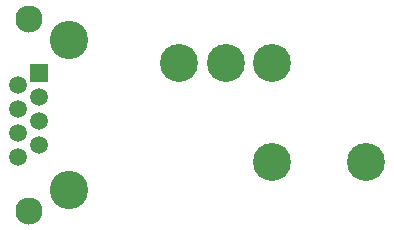
<source format=gbr>
%TF.GenerationSoftware,KiCad,Pcbnew,(6.0.5-0)*%
%TF.CreationDate,2022-08-12T15:30:33+02:00*%
%TF.ProjectId,OpenOBDPower,4f70656e-4f42-4445-906f-7765722e6b69,rev?*%
%TF.SameCoordinates,Original*%
%TF.FileFunction,Soldermask,Top*%
%TF.FilePolarity,Negative*%
%FSLAX46Y46*%
G04 Gerber Fmt 4.6, Leading zero omitted, Abs format (unit mm)*
G04 Created by KiCad (PCBNEW (6.0.5-0)) date 2022-08-12 15:30:33*
%MOMM*%
%LPD*%
G01*
G04 APERTURE LIST*
%ADD10C,3.215640*%
%ADD11C,3.250000*%
%ADD12R,1.500000X1.500000*%
%ADD13C,1.500000*%
%ADD14C,2.300000*%
G04 APERTURE END LIST*
D10*
%TO.C,M1*%
X138105200Y-95070000D03*
X142052360Y-95070000D03*
X146002060Y-95070000D03*
X146002060Y-103469780D03*
X153904000Y-103469780D03*
%TD*%
D11*
%TO.C,J1*%
X128810000Y-105840000D03*
X128810000Y-93140000D03*
D12*
X126270000Y-95930000D03*
D13*
X124490000Y-96946000D03*
X126270000Y-97962000D03*
X124490000Y-98978000D03*
X126270000Y-99994000D03*
X124490000Y-101010000D03*
X126270000Y-102026000D03*
X124490000Y-103042000D03*
D14*
X125380000Y-107620000D03*
X125380000Y-91360000D03*
%TD*%
M02*

</source>
